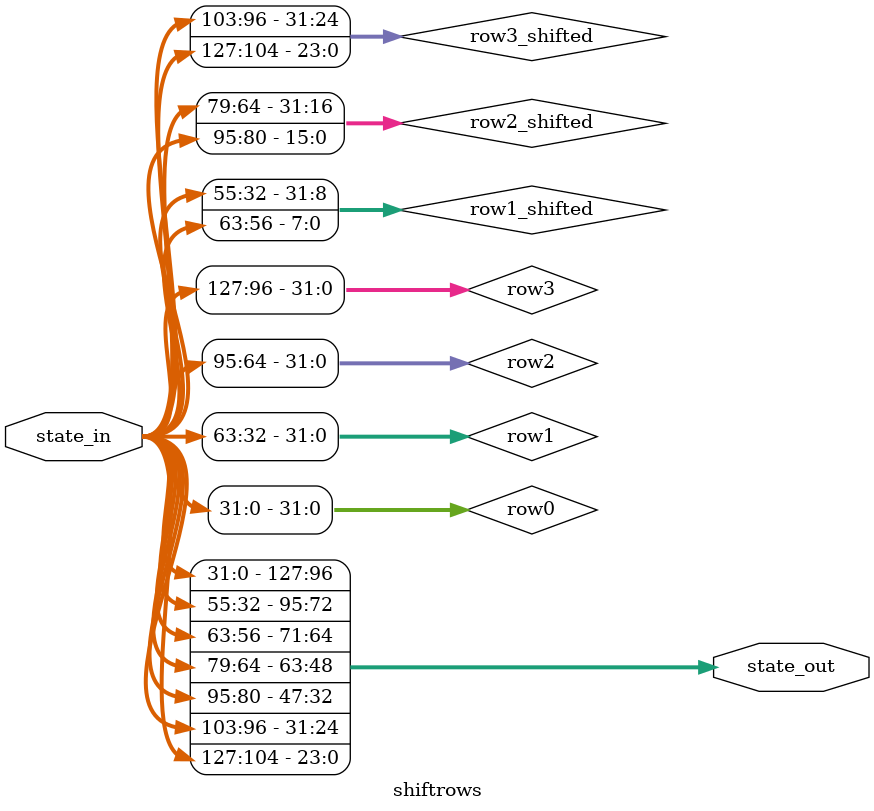
<source format=v>
module shiftrows (
    input wire [127:0] state_in,
    output reg [127:0] state_out
);
    reg [31:0] row0,row1,row2,row3;
    reg [31:0] row1_shifted,row2_shifted,row3_shifted;
    
    always @(*)begin
        row0 = state_in[31:0];
        row1 = state_in[63:32];
        row2 = state_in[95:64];
        row3 = state_in[127:96];

        row1_shifted = {row1[23:0],row1[31:24]};
        row2_shifted = {row2[15:0],row2[31:16]};
        row3_shifted = {row3[7:0],row3[31:8]};

        state_out = {row0,row1_shifted,row2_shifted,row3_shifted};
    end
endmodule
</source>
